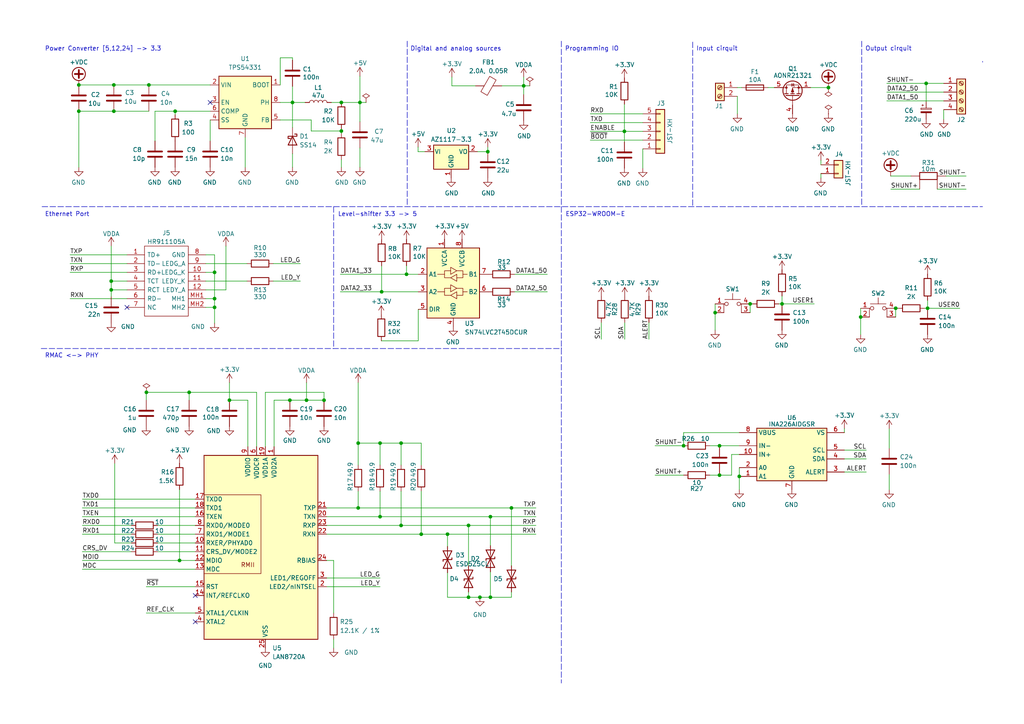
<source format=kicad_sch>
(kicad_sch (version 20211123) (generator eeschema)
  (paper "A4")
  (title_block (title "ELS-32") (date "2023-03-24") (rev "0.2") (comment 1 "Schematic is pretty much ready. "))
  (junction (at 62.23 78.994))
  (junction (at 88.9 116.078))
  (junction (at 33.02 32.258))
  (junction (at 84.074 116.078))
  (junction (at 43.18 24.638))
  (junction (at 66.548 116.078))
  (junction (at 110.236 149.86))
  (junction (at 226.822 88.138))
  (junction (at 52.07 162.56))
  (junction (at 142.24 173.228))
  (junction (at 259.7912 89.408))
  (junction (at 84.836 29.718))
  (junction (at 356.9208 22.098))
  (junction (at 54.864 113.792))
  (junction (at 389.4836 133.1976))
  (junction (at 358.8512 -59.436))
  (junction (at 404.3172 43.2816))
  (junction (at 339.1408 48.3616))
  (junction (at 214.4268 138.176))
  (junction (at 181.102 38.1))
  (junction (at 386.2324 71.2216))
  (junction (at 314.8584 48.3616))
  (junction (at 116.332 128.524))
  (junction (at 139.192 173.228))
  (junction (at 129.794 154.94))
  (junction (at 103.886 128.524))
  (junction (at 99.0092 29.718))
  (junction (at 269.0368 89.408))
  (junction (at 141.478 43.9928))
  (junction (at 32.258 84.074))
  (junction (at 208.6864 137.8204))
  (junction (at 325.0692 12.954))
  (junction (at 268.6304 24.1808))
  (junction (at 198.2724 129.286))
  (junction (at 50.8 32.258))
  (junction (at 396.9004 138.2776))
  (junction (at 151.892 24.892))
  (junction (at 331.0636 12.954))
  (junction (at 249.6312 91.948))
  (junction (at 148.336 147.32))
  (junction (at 122.174 154.94))
  (junction (at 33.02 24.638))
  (junction (at 240.284 25.4))
  (junction (at 93.98 116.078))
  (junction (at 142.24 149.86))
  (junction (at 338.1248 40.7416))
  (junction (at 42.4688 113.792))
  (junction (at 340.3092 22.9616))
  (junction (at 62.23 89.154))
  (junction (at 110.6932 84.6328))
  (junction (at 326.2884 48.3616))
  (junction (at 208.6864 129.286))
  (junction (at 104.394 29.718))
  (junction (at 347.7768 -59.436))
  (junction (at 62.23 86.614))
  (junction (at 117.9068 79.5528))
  (junction (at 388.6708 71.2216))
  (junction (at 103.886 147.32))
  (junction (at 135.89 152.4))
  (junction (at 99.0092 37.9984))
  (junction (at 22.86 32.258))
  (junction (at 207.4164 90.678))
  (junction (at 217.5764 88.138))
  (junction (at 404.368 133.1976))
  (junction (at 386.1816 97.3328))
  (junction (at 116.332 152.4))
  (junction (at 135.89 173.228))
  (junction (at 22.86 24.638))
  (junction (at 110.236 128.524))
  (junction (at 32.258 81.534))
  (no_connect (at 364.5408 96.6216))
  (no_connect (at 339.1408 58.5216))
  (no_connect (at 56.642 180.34))
  (no_connect (at 339.1408 55.9816))
  (no_connect (at 36.83 89.154))
  (no_connect (at 56.642 172.72))
  (no_connect (at 60.96 29.718))
  (no_connect (at 356.9208 96.6216))
  (no_connect (at 339.1408 66.1416))
  (no_connect (at 339.1408 53.4416))
  (no_connect (at 339.1408 63.6016))
  (no_connect (at 339.1408 50.9016))
  (no_connect (at 354.3808 22.9616))
  (no_connect (at 384.8608 73.7616))
  (wire (pts (xy 45.72 157.48) (xy 56.642 157.48)))
  (wire (pts (xy 384.8608 63.6016) (xy 398.018 63.6016)))
  (wire (pts (xy 88.9 116.078) (xy 93.98 116.078)))
  (wire (pts (xy 389.9408 68.6816) (xy 398.018 68.6816)))
  (wire (pts (xy 59.69 73.914) (xy 62.23 73.914)))
  (wire (pts (xy 23.876 165.1) (xy 56.642 165.1)))
  (wire (pts (xy 330.0984 71.2216) (xy 339.1408 71.2216)))
  (wire (pts (xy 23.876 154.94) (xy 38.1 154.94)))
  (wire (pts (xy 60.96 34.798) (xy 60.96 40.894)))
  (wire (pts (xy 260.5024 89.408) (xy 259.7912 89.408)))
  (wire (pts (xy 71.12 39.878) (xy 71.12 48.514)))
  (wire (pts (xy 396.9004 128.1176) (xy 392.7348 128.1176)))
  (wire (pts (xy 361.7468 141.1732) (xy 372.5164 141.1732)))
  (wire (pts (xy 98.7044 79.5528) (xy 117.9068 79.5528)))
  (wire (pts (xy 59.69 76.454) (xy 71.628 76.454)))
  (wire (pts (xy 212.1916 137.8204) (xy 208.6864 137.8204)))
  (wire (pts (xy 117.9068 77.0636) (xy 117.9068 79.5528)))
  (wire (pts (xy 121.2596 42.672) (xy 121.2596 43.9928)))
  (wire (pts (xy 339.1408 40.7416) (xy 338.1248 40.7416)))
  (wire (pts (xy 59.69 84.074) (xy 65.532 84.074)))
  (wire (pts (xy 244.9068 133.096) (xy 251.2568 133.096)))
  (wire (pts (xy 384.8608 55.9816) (xy 398.018 55.9816)))
  (wire (pts (xy 338.1248 40.7416) (xy 338.1248 79.756)))
  (polyline (pts (xy 162.814 101.092) (xy 162.814 100.838)))
  (wire (pts (xy 79.502 116.078) (xy 79.502 129.54)))
  (wire (pts (xy 392.7348 138.2776) (xy 396.9004 138.2776)))
  (wire (pts (xy 244.9068 124.3076) (xy 244.9068 125.476)))
  (wire (pts (xy 208.6864 129.286) (xy 205.8924 129.286)))
  (wire (pts (xy 103.886 128.524) (xy 110.236 128.524)))
  (wire (pts (xy 400.7104 133.1976) (xy 404.368 133.1976)))
  (wire (pts (xy 45.72 160.02) (xy 56.642 160.02)))
  (wire (pts (xy 384.6576 133.1976) (xy 389.4836 133.1976)))
  (wire (pts (xy 122.174 142.494) (xy 122.174 154.94)))
  (wire (pts (xy 330.0984 43.2816) (xy 339.1408 43.2816)))
  (wire (pts (xy 212.1916 131.826) (xy 212.1916 137.8204)))
  (wire (pts (xy 122.174 128.524) (xy 116.332 128.524)))
  (polyline (pts (xy 118.11 11.938) (xy 118.11 59.944)))
  (wire (pts (xy 274.3708 51.054) (xy 280.2128 51.054)))
  (wire (pts (xy 325.4248 133.5532) (xy 336.3468 133.5532)))
  (wire (pts (xy 171.196 40.64) (xy 186.436 40.64)))
  (wire (pts (xy 389.4836 133.1976) (xy 393.0904 133.1976)))
  (wire (pts (xy 338.7344 -59.436) (xy 347.7768 -59.436)))
  (wire (pts (xy 32.258 84.074) (xy 36.83 84.074)))
  (wire (pts (xy 50.8 32.258) (xy 50.8 33.274)))
  (wire (pts (xy 374.7008 12.446) (xy 374.7008 22.9616)))
  (wire (pts (xy 213.868 27.94) (xy 213.868 33.02)))
  (wire (pts (xy 81.28 34.798) (xy 90.2716 34.798)))
  (wire (pts (xy 215.138 25.4) (xy 213.868 25.4)))
  (wire (pts (xy 135.89 152.4) (xy 155.448 152.4)))
  (wire (pts (xy 225.9076 88.138) (xy 226.822 88.138)))
  (wire (pts (xy 271.8308 54.864) (xy 280.2128 54.864)))
  (wire (pts (xy 104.394 29.718) (xy 104.394 35.306)))
  (wire (pts (xy 45.72 152.4) (xy 56.642 152.4)))
  (wire (pts (xy 269.0368 87.122) (xy 269.0368 89.408)))
  (wire (pts (xy 149.2504 79.5528) (xy 158.75 79.5528)))
  (wire (pts (xy 359.4608 96.6216) (xy 359.4608 97.3328)))
  (wire (pts (xy 384.8608 45.8216) (xy 398.018 45.8216)))
  (wire (pts (xy 249.6312 89.408) (xy 249.6312 91.948)))
  (wire (pts (xy 50.8 32.258) (xy 60.96 32.258)))
  (wire (pts (xy 22.86 24.638) (xy 33.02 24.638)))
  (wire (pts (xy 103.886 147.32) (xy 148.336 147.32)))
  (polyline (pts (xy 200.914 12.192) (xy 200.914 59.944)))
  (wire (pts (xy 23.876 149.86) (xy 56.642 149.86)))
  (wire (pts (xy 404.3172 41.6052) (xy 404.3172 43.2816)))
  (wire (pts (xy 181.102 38.1) (xy 181.102 41.148)))
  (wire (pts (xy 20.32 76.454) (xy 36.83 76.454)))
  (wire (pts (xy 94.742 167.64) (xy 110.236 167.64)))
  (wire (pts (xy 42.418 113.792) (xy 42.418 116.078)))
  (wire (pts (xy 148.336 171.704) (xy 148.336 173.228)))
  (wire (pts (xy 135.89 152.4) (xy 135.89 164.084)))
  (wire (pts (xy 145.542 24.892) (xy 151.892 24.892)))
  (wire (pts (xy 71.882 116.078) (xy 71.882 129.54)))
  (wire (pts (xy 244.9068 136.906) (xy 251.2568 136.906)))
  (wire (pts (xy 104.394 22.098) (xy 104.394 29.718)))
  (wire (pts (xy 96.774 185.42) (xy 96.774 187.96)))
  (wire (pts (xy 59.69 78.994) (xy 62.23 78.994)))
  (wire (pts (xy 384.8608 53.4416) (xy 398.018 53.4416)))
  (wire (pts (xy 84.836 29.718) (xy 84.836 36.9824)))
  (wire (pts (xy 129.794 166.116) (xy 129.794 173.228)))
  (wire (pts (xy 244.9068 130.556) (xy 251.2568 130.556)))
  (wire (pts (xy 142.24 165.862) (xy 142.24 173.228)))
  (wire (pts (xy 257.2004 29.2608) (xy 273.7104 29.2608)))
  (wire (pts (xy 257.2004 26.7208) (xy 273.7104 26.7208)))
  (wire (pts (xy 148.336 147.32) (xy 148.336 164.084)))
  (wire (pts (xy 367.0808 12.446) (xy 367.0808 22.9616)))
  (wire (pts (xy 208.6864 137.3124) (xy 208.6864 137.8204)))
  (wire (pts (xy 340.3092 22.9616) (xy 340.3092 26.7716)))
  (wire (pts (xy 129.794 154.94) (xy 155.448 154.94)))
  (wire (pts (xy 384.8608 61.0616) (xy 398.018 61.0616)))
  (wire (pts (xy 364.5408 22.098) (xy 356.9208 22.098)))
  (wire (pts (xy 273.7104 31.8008) (xy 273.7104 34.5948)))
  (wire (pts (xy 62.23 89.154) (xy 62.23 93.726)))
  (wire (pts (xy 384.8608 40.7416) (xy 398.018 40.7416)))
  (wire (pts (xy 198.2724 129.286) (xy 189.992 129.286)))
  (wire (pts (xy 121.3104 98.8568) (xy 121.3104 89.7128)))
  (wire (pts (xy 74.422 113.792) (xy 74.422 129.54)))
  (wire (pts (xy 269.0368 89.408) (xy 278.384 89.408)))
  (wire (pts (xy 218.2876 88.138) (xy 217.5764 88.138)))
  (wire (pts (xy 84.836 44.6024) (xy 84.836 48.514)))
  (wire (pts (xy 131.064 22.352) (xy 131.064 24.892)))
  (wire (pts (xy 110.236 128.524) (xy 116.332 128.524)))
  (wire (pts (xy 238.0996 46.5328) (xy 238.0996 47.8028)))
  (polyline (pts (xy 12.192 59.944) (xy 284.988 59.944)))
  (wire (pts (xy 103.886 142.494) (xy 103.886 147.32)))
  (wire (pts (xy 22.86 32.258) (xy 33.02 32.258)))
  (wire (pts (xy 268.6304 24.1808) (xy 257.2004 24.1808)))
  (wire (pts (xy 71.882 116.078) (xy 66.548 116.078)))
  (wire (pts (xy 94.742 147.32) (xy 103.886 147.32)))
  (wire (pts (xy 142.24 149.86) (xy 155.448 149.86)))
  (wire (pts (xy 186.436 48.768) (xy 186.436 43.18)))
  (wire (pts (xy 59.69 81.534) (xy 71.628 81.534)))
  (wire (pts (xy 325.4248 138.6332) (xy 336.3468 138.6332)))
  (wire (pts (xy 362.0008 96.6216) (xy 362.0008 107.3404)))
  (wire (pts (xy 84.836 17.4244) (xy 84.836 16.764)))
  (wire (pts (xy 364.5408 22.9616) (xy 364.5408 22.098)))
  (wire (pts (xy 188.214 93.5228) (xy 188.214 98.3996)))
  (wire (pts (xy 42.4688 113.792) (xy 54.864 113.792)))
  (wire (pts (xy 110.236 142.494) (xy 110.236 149.86)))
  (wire (pts (xy 325.0692 12.954) (xy 331.0636 12.954)))
  (wire (pts (xy 79.502 116.078) (xy 84.074 116.078)))
  (wire (pts (xy 396.9004 140.8176) (xy 396.9004 138.2776)))
  (polyline (pts (xy 284.988 17.78) (xy 284.988 18.034)))
  (wire (pts (xy 81.28 29.718) (xy 84.836 29.718)))
  (wire (pts (xy 33.274 134.4676) (xy 33.274 157.48)))
  (wire (pts (xy 392.7348 128.1176) (xy 392.7348 138.2776)))
  (polyline (pts (xy 249.936 11.938) (xy 249.936 59.944)))
  (wire (pts (xy 340.3092 15.3416) (xy 340.3092 22.9616)))
  (wire (pts (xy 386.2324 71.2216) (xy 388.6708 71.2216)))
  (wire (pts (xy 45.72 154.94) (xy 56.642 154.94)))
  (wire (pts (xy 384.8608 43.2816) (xy 404.3172 43.2816)))
  (wire (pts (xy 372.1608 96.6216) (xy 372.1608 107.3404)))
  (wire (pts (xy 347.7768 -59.436) (xy 349.504 -59.436)))
  (wire (pts (xy 358.8512 -59.436) (xy 367.8936 -59.436)))
  (wire (pts (xy 94.742 152.4) (xy 116.332 152.4)))
  (wire (pts (xy 388.6708 71.2216) (xy 398.018 71.2216)))
  (wire (pts (xy 361.7468 131.0132) (xy 372.5164 131.0132)))
  (wire (pts (xy 142.24 149.86) (xy 142.24 158.242)))
  (wire (pts (xy 404.368 133.1976) (xy 410.4132 133.1976)))
  (wire (pts (xy 94.742 154.94) (xy 122.174 154.94)))
  (wire (pts (xy 141.478 42.7228) (xy 141.478 43.9928)))
  (wire (pts (xy 264.2108 51.054) (xy 258.318 51.054)))
  (wire (pts (xy 90.2716 34.798) (xy 90.2716 37.9984)))
  (wire (pts (xy 94.742 170.18) (xy 110.236 170.18)))
  (polyline (pts (xy 162.814 11.938) (xy 162.814 59.944)))
  (wire (pts (xy 325.0692 12.954) (xy 325.0692 15.4432)))
  (wire (pts (xy 54.864 113.792) (xy 74.422 113.792)))
  (wire (pts (xy 226.822 88.138) (xy 236.1692 88.138)))
  (wire (pts (xy 20.32 86.614) (xy 36.83 86.614)))
  (wire (pts (xy 361.7468 138.6332) (xy 372.5164 138.6332)))
  (wire (pts (xy 104.394 29.718) (xy 106.172 29.718)))
  (wire (pts (xy 367.0808 96.6216) (xy 367.0808 107.3404)))
  (wire (pts (xy 99.0092 46.3296) (xy 99.0092 48.514)))
  (wire (pts (xy 110.6932 77.1144) (xy 110.6932 84.6328)))
  (wire (pts (xy 135.89 173.228) (xy 139.192 173.228)))
  (wire (pts (xy 171.196 35.56) (xy 186.436 35.56)))
  (wire (pts (xy 138.4808 43.9928) (xy 141.478 43.9928)))
  (wire (pts (xy 110.5916 98.8568) (xy 121.3104 98.8568)))
  (wire (pts (xy 121.2596 43.9928) (xy 123.2408 43.9928)))
  (wire (pts (xy 217.5764 88.138) (xy 217.5764 90.678)))
  (wire (pts (xy 181.102 30.226) (xy 181.102 38.1)))
  (wire (pts (xy 142.24 173.228) (xy 139.192 173.228)))
  (wire (pts (xy 103.886 110.998) (xy 103.886 128.524)))
  (wire (pts (xy 129.794 154.94) (xy 129.794 158.496)))
  (wire (pts (xy 62.23 73.914) (xy 62.23 78.994)))
  (wire (pts (xy 259.7912 89.408) (xy 259.7912 91.948)))
  (wire (pts (xy 135.89 171.704) (xy 135.89 173.228)))
  (wire (pts (xy 151.892 22.352) (xy 151.892 24.892)))
  (wire (pts (xy 32.258 71.374) (xy 32.258 81.534)))
  (wire (pts (xy 207.4164 95.758) (xy 207.4164 90.678)))
  (wire (pts (xy 198.2724 137.8204) (xy 189.992 137.8204)))
  (wire (pts (xy 65.532 84.074) (xy 65.532 71.374)))
  (wire (pts (xy 207.4164 88.138) (xy 207.4164 90.678)))
  (wire (pts (xy 59.69 89.154) (xy 62.23 89.154)))
  (wire (pts (xy 208.6864 129.286) (xy 214.4268 129.286)))
  (wire (pts (xy 122.174 134.874) (xy 122.174 128.524)))
  (wire (pts (xy 249.6312 97.028) (xy 249.6312 91.948)))
  (wire (pts (xy 331.0636 23.0124) (xy 331.0636 26.7208)))
  (wire (pts (xy 386.2324 71.2216) (xy 386.2324 76.2508)))
  (wire (pts (xy 42.418 177.8) (xy 56.642 177.8)))
  (wire (pts (xy 222.758 25.4) (xy 224.5868 25.4)))
  (wire (pts (xy 52.07 141.986) (xy 52.07 162.56)))
  (wire (pts (xy 226.822 85.852) (xy 226.822 88.138)))
  (wire (pts (xy 81.28 16.764) (xy 81.28 24.638)))
  (wire (pts (xy 384.8608 66.1416) (xy 398.018 66.1416)))
  (wire (pts (xy 23.876 162.56) (xy 52.07 162.56)))
  (wire (pts (xy 151.892 24.892) (xy 151.892 27.432)))
  (wire (pts (xy 33.274 157.48) (xy 38.1 157.48)))
  (wire (pts (xy 148.336 173.228) (xy 142.24 173.228)))
  (polyline (pts (xy 96.774 59.944) (xy 96.774 101.092)))
  (wire (pts (xy 384.8608 71.2216) (xy 386.2324 71.2216)))
  (wire (pts (xy 212.1916 131.826) (xy 214.4268 131.826)))
  (wire (pts (xy 84.836 29.718) (xy 88.4936 29.718)))
  (wire (pts (xy 214.4268 138.176) (xy 214.4268 141.986)))
  (wire (pts (xy 361.7468 133.5532) (xy 372.5164 133.5532)))
  (wire (pts (xy 76.962 113.792) (xy 76.962 129.54)))
  (wire (pts (xy 266.7508 54.864) (xy 258.3688 54.864)))
  (wire (pts (xy 149.2504 84.6328) (xy 158.75 84.6328)))
  (wire (pts (xy 79.248 76.454) (xy 87.122 76.454)))
  (wire (pts (xy 351.8408 15.3416) (xy 340.3092 15.3416)))
  (wire (pts (xy 214.4268 125.476) (xy 198.2724 125.476)))
  (wire (pts (xy 325.0692 23.0632) (xy 325.0692 26.7716)))
  (wire (pts (xy 44.958 32.258) (xy 44.958 40.894)))
  (wire (pts (xy 268.6304 24.1808) (xy 273.7104 24.1808)))
  (wire (pts (xy 42.418 113.792) (xy 42.4688 113.792)))
  (wire (pts (xy 116.332 142.494) (xy 116.332 152.4)))
  (wire (pts (xy 148.336 147.32) (xy 155.448 147.32)))
  (wire (pts (xy 20.32 73.914) (xy 36.83 73.914)))
  (wire (pts (xy 98.7044 84.6328) (xy 110.6932 84.6328)))
  (wire (pts (xy 369.6208 12.446) (xy 369.6208 17.8816)))
  (wire (pts (xy 356.9208 22.098) (xy 356.9208 22.9616)))
  (wire (pts (xy 66.548 110.998) (xy 66.548 116.078)))
  (wire (pts (xy 362.0008 12.446) (xy 362.0008 22.9616)))
  (wire (pts (xy 44.958 32.258) (xy 50.8 32.258)))
  (wire (pts (xy 384.8608 58.5216) (xy 398.018 58.5216)))
  (wire (pts (xy 110.236 134.874) (xy 110.236 128.524)))
  (wire (pts (xy 43.18 24.638) (xy 60.96 24.638)))
  (wire (pts (xy 116.332 152.4) (xy 135.89 152.4)))
  (wire (pts (xy 337.6168 125.9332) (xy 349.0468 125.9332)))
  (wire (pts (xy 32.258 81.534) (xy 36.83 81.534)))
  (wire (pts (xy 359.4608 97.3328) (xy 386.1816 97.3328)))
  (wire (pts (xy 357.124 -59.436) (xy 358.8512 -59.436)))
  (wire (pts (xy 238.0996 50.3428) (xy 238.0996 51.6128)))
  (wire (pts (xy 326.2884 48.3616) (xy 339.1408 48.3616)))
  (wire (pts (xy 110.236 149.86) (xy 142.24 149.86)))
  (wire (pts (xy 181.2036 93.5228) (xy 181.2036 98.3996)))
  (wire (pts (xy 386.1816 95.6564) (xy 386.1816 97.3328)))
  (wire (pts (xy 99.0092 37.338) (xy 99.0092 37.9984)))
  (wire (pts (xy 384.8608 50.9016) (xy 398.018 50.9016)))
  (wire (pts (xy 62.23 78.994) (xy 62.23 86.614)))
  (wire (pts (xy 62.23 86.614) (xy 62.23 89.154)))
  (wire (pts (xy 122.174 154.94) (xy 129.794 154.94)))
  (wire (pts (xy 214.4268 135.636) (xy 214.4268 138.176)))
  (wire (pts (xy 268.6304 24.1808) (xy 268.6304 29.5148)))
  (wire (pts (xy 32.258 84.074) (xy 32.258 86.106)))
  (wire (pts (xy 96.774 162.56) (xy 96.774 177.8)))
  (wire (pts (xy 330.0984 61.0616) (xy 339.1408 61.0616)))
  (wire (pts (xy 131.064 24.892) (xy 137.922 24.892)))
  (wire (pts (xy 351.8408 96.6216) (xy 351.8408 107.3404)))
  (wire (pts (xy 54.864 113.792) (xy 54.864 116.078)))
  (wire (pts (xy 325.0692 10.3632) (xy 325.0692 12.954)))
  (wire (pts (xy 129.794 173.228) (xy 135.89 173.228)))
  (wire (pts (xy 369.6208 96.6216) (xy 369.6208 107.3404)))
  (wire (pts (xy 171.196 33.02) (xy 186.436 33.02)))
  (wire (pts (xy 88.9 110.998) (xy 88.9 116.078)))
  (wire (pts (xy 257.9116 129.9972) (xy 257.9116 124.4092)))
  (wire (pts (xy 314.8552 40.7416) (xy 314.8584 48.3616)))
  (wire (pts (xy 181.102 38.1) (xy 186.436 38.1)))
  (wire (pts (xy 110.6932 84.6328) (xy 121.3104 84.6328)))
  (wire (pts (xy 372.1608 12.446) (xy 372.1608 22.9616)))
  (wire (pts (xy 76.962 113.792) (xy 93.98 113.792)))
  (wire (pts (xy 79.248 81.534) (xy 87.122 81.534)))
  (wire (pts (xy 235.1024 25.4) (xy 240.284 25.4)))
  (wire (pts (xy 208.6864 129.286) (xy 208.6864 129.6924)))
  (polyline (pts (xy 162.814 59.944) (xy 162.814 198.12)))
  (wire (pts (xy 198.2724 125.476) (xy 198.2724 129.286)))
  (wire (pts (xy 339.1408 45.8216) (xy 339.1408 48.3616)))
  (wire (pts (xy 331.0636 12.954) (xy 356.9208 12.954)))
  (wire (pts (xy 42.418 170.18) (xy 56.642 170.18)))
  (wire (pts (xy 52.07 162.56) (xy 56.642 162.56)))
  (wire (pts (xy 331.0636 12.954) (xy 331.0636 15.3924)))
  (wire (pts (xy 93.98 113.792) (xy 93.98 116.078)))
  (wire (pts (xy 314.8584 48.3616) (xy 316.6364 48.3616)))
  (wire (pts (xy 117.9068 79.5528) (xy 121.3104 79.5528)))
  (wire (pts (xy 116.332 134.874) (xy 116.332 128.524)))
  (wire (pts (xy 257.9116 137.6172) (xy 257.9116 142.0368)))
  (wire (pts (xy 268.1224 89.408) (xy 269.0368 89.408)))
  (wire (pts (xy 33.02 32.258) (xy 43.18 32.258)))
  (wire (pts (xy 354.3808 96.6216) (xy 354.3808 107.3404)))
  (wire (pts (xy 90.2716 37.9984) (xy 99.0092 37.9984)))
  (wire (pts (xy 96.1136 29.718) (xy 99.0092 29.718)))
  (wire (pts (xy 330.0984 68.6816) (xy 339.1408 68.6816)))
  (wire (pts (xy 84.074 116.078) (xy 88.9 116.078)))
  (wire (pts (xy 324.2564 48.3616) (xy 326.2884 48.3616)))
  (wire (pts (xy 103.886 128.524) (xy 103.886 134.874)))
  (wire (pts (xy 94.742 162.56) (xy 96.774 162.56)))
  (wire (pts (xy 32.258 81.534) (xy 32.258 84.074)))
  (wire (pts (xy 23.876 152.4) (xy 38.1 152.4)))
  (wire (pts (xy 84.836 16.764) (xy 81.28 16.764)))
  (wire (pts (xy 330.0984 73.7616) (xy 339.1408 73.7616)))
  (wire (pts (xy 23.876 144.78) (xy 56.642 144.78)))
  (wire (pts (xy 367.8936 -55.0164) (xy 367.8891 -51.816)))
  (wire (pts (xy 23.876 160.02) (xy 38.1 160.02)))
  (wire (pts (xy 59.69 86.614) (xy 62.23 86.614)))
  (wire (pts (xy 99.0092 37.9984) (xy 99.0092 38.7096)))
  (wire (pts (xy 104.394 42.926) (xy 104.394 48.514)))
  (wire (pts (xy 384.8608 48.3616) (xy 398.018 48.3616)))
  (wire (pts (xy 174.3964 93.5228) (xy 174.3964 98.3996)))
  (wire (pts (xy 349.3008 96.6216) (xy 349.3008 107.3404)))
  (wire (pts (xy 84.836 29.718) (xy 84.836 25.0444)))
  (wire (pts (xy 208.6864 137.8204) (xy 205.8924 137.8204)))
  (wire (pts (xy 349.3008 22.9616) (xy 340.3092 22.9616)))
  (wire (pts (xy 33.02 24.638) (xy 43.18 24.638)))
  (wire (pts (xy 94.742 149.86) (xy 110.236 149.86)))
  (wire (pts (xy 359.4608 12.446) (xy 359.4608 22.9616)))
  (wire (pts (xy 36.83 78.994) (xy 20.32 78.994)))
  (wire (pts (xy 356.9208 22.098) (xy 356.9208 12.954)))
  (polyline (pts (xy 11.938 101.092) (xy 162.814 101.092)))
  (wire (pts (xy 171.196 38.1) (xy 181.102 38.1)))
  (wire (pts (xy 23.876 147.32) (xy 56.642 147.32)))
  (wire (pts (xy 99.0092 29.718) (xy 104.394 29.718)))
  (wire (pts (xy 151.892 24.892) (xy 153.67 24.892)))
  (wire (pts (xy 22.86 48.514) (xy 22.86 32.258)))
  (text "Power Converter [5,12,24] -> 3.3" (at 13 15 0) (effects (font (size 1.27 1.27)) (justify left bottom)))
  (text "Level-shifter 3.3 -> 5" (at 98 63 0) (effects (font (size 1.27 1.27)) (justify left bottom)))
  (text "Programming IO" (at 163.83 14.986 0) (effects (font (size 1.27 1.27)) (justify left bottom)))
  (text "Digital and analog sources" (at 119 15 0) (effects (font (size 1.27 1.27)) (justify left bottom)))
  (text "RMAC <-> PHY" (at 13 104 0) (effects (font (size 1.27 1.27)) (justify left bottom)))
  (text "ESP32-WROOM-E" (at 164 63 0) (effects (font (size 1.27 1.27)) (justify left bottom)))
  (text "Ethernet Port" (at 13 63 0) (effects (font (size 1.27 1.27)) (justify left bottom)))
  (text "Output cirquit\n\n" (at 250.952 17.018 0) (effects (font (size 1.27 1.27)) (justify left bottom)))
  (text "Input cirquit\n\n" (at 201.93 17.018 0) (effects (font (size 1.27 1.27)) (justify left bottom)))
  (label "ENABLE" (at 171.196 38.1 0))
  (label "FLASH_CS" (at 325.4248 133.5532 0))
  (label "RXP" (at 155.448 152.4 180))
  (label "CRS_DV" (at 23.876 160.02 0))
  (label "FLASH_IO0" (at 372.5164 133.5532 180))
  (label "REF_CLK" (at 398.018 68.6816 180))
  (label "RXD0" (at 330.0984 73.7616 0))
  (label "SCL" (at 174.3964 98.3996 90))
  (label "RXD1" (at 23.876 154.94 0))
  (label "LNA_IN" (at 330.0984 43.2816 0))
  (label "SHUNT-" (at 280.2128 51.054 180))
  (label "RXD0" (at 23.876 152.4 0))
  (label "DATA2_33" (at 372.1608 107.3404 90))
  (label "USER0" (at 362.0008 107.3404 90))
  (label "TXD" (at 171.196 35.56 0))
  (label "SCL" (at 251.2568 130.556 180))
  (label "REF_CLK" (at 42.418 177.8 0))
  (label "FLASH_VDD" (at 337.6168 125.9332 0))
  (label "TXP" (at 20.32 73.914 0))
  (label "~{RST}" (at 398.018 50.9016 180))
  (label "USER1" (at 236.1692 88.138 180))
  (label "~{BOOT}" (at 171.196 40.64 0))
  (label "FLASH_CLK" (at 325.4248 138.6332 0))
  (label "SHUNT-" (at 257.2004 24.1808 0))
  (label "DATA1_50" (at 158.75 79.5528 180))
  (label "~{BOOT}" (at 369.6208 107.3404 90))
  (label "DATA2_33" (at 98.7044 84.6328 0))
  (label "FLASH_IO3" (at 372.5164 141.1732 180))
  (label "RXP" (at 20.32 78.994 0))
  (label "ENABLE" (at 330.0984 61.0616 0))
  (label "CRS_DV" (at 351.8408 107.3404 90))
  (label "FLASH_IO2" (at 398.018 66.1416 180))
  (label "MDC" (at 23.876 165.1 0))
  (label "MDIO" (at 23.876 162.56 0))
  (label "SHUNT+" (at 189.992 137.8204 0))
  (label "RXN" (at 155.448 154.94 180))
  (label "FLASH_CLK" (at 398.018 58.5216 180))
  (label "DATA1_50" (at 257.2004 29.2608 0))
  (label "XTAL_OUT" (at 410.4132 133.1976 180))
  (label "USER0" (at 278.384 89.408 180))
  (label "DATA1_33" (at 98.7044 79.5528 0))
  (label "FLASH_CS" (at 398.018 61.0616 180))
  (label "TXEN" (at 367.0808 12.446 270))
  (label "SDA" (at 251.2568 133.096 180))
  (label "SHUNT-" (at 280.2128 54.864 180))
  (label "MDIO" (at 398.018 48.3616 180))
  (label "DATA2_50" (at 257.2004 26.7208 0))
  (label "SHUNT+" (at 258.3688 54.864 0))
  (label "LNA_IN" (at 338.7344 -59.436 0))
  (label "SHUNT-" (at 189.992 129.286 0))
  (label "TXD1" (at 374.7008 12.446 270))
  (label "TXD1" (at 23.876 147.32 0))
  (label "RXD" (at 171.196 33.02 0))
  (label "TXD" (at 369.6208 12.446 270))
  (label "TXN" (at 20.32 76.454 0))
  (label "TXD0" (at 398.018 40.7416 180))
  (label "FLASH_IO1" (at 372.5164 131.0132 180))
  (label "SDA" (at 330.0984 68.6816 0))
  (label "ALERT" (at 188.214 98.3996 90))
  (label "FLASH_IO2" (at 372.5164 138.6332 180))
  (label "LED_G" (at 87.122 76.454 180))
  (label "RXD" (at 372.1608 12.446 270))
  (label "~{RST}" (at 42.418 170.18 0))
  (label "SCL" (at 330.0984 71.2216 0))
  (label "SDA" (at 181.2036 98.3996 90))
  (label "FLASH_IO1" (at 398.018 53.4416 180))
  (label "FLASH_IO0" (at 398.018 55.9816 180))
  (label "RXN" (at 20.32 86.614 0))
  (label "DATA1_33" (at 367.0808 107.3404 90))
  (label "ALERT" (at 251.2568 136.906 180))
  (label "DATA2_50" (at 158.75 84.6328 180))
  (label "MDC" (at 398.018 45.8216 180))
  (label "TXD0" (at 23.876 144.78 0))
  (label "FLASH_IO3" (at 398.018 63.6016 180))
  (label "RXD1" (at 349.3008 107.3404 90))
  (label "TXN" (at 155.448 149.86 180))
  (label "LED_Y" (at 110.236 170.18 180))
  (label "USER1" (at 354.3808 107.3404 90))
  (label "XTAL_IN" (at 359.4608 12.446 270))
  (label "TXP" (at 155.448 147.32 180))
  (label "TXEN" (at 23.876 149.86 0))
  (label "LED_G" (at 110.236 167.64 180))
  (label "FLASH_VDD" (at 398.018 71.2216 180))
  (label "LED_Y" (at 87.122 81.534 180))
  (label "XTAL_OUT" (at 362.0008 12.446 270))
  (label "XTAL_IN" (at 384.6576 133.1976 0))
  (symbol (lib_id "power:GND") (at 71.12 48.514 0) (mirror y) (unit 1)
    (property "Reference" "#PWR021" (effects hide))
    (property "Value" "GND" (at 70.993 52.9082 0))
  )
  (symbol (lib_id "Device:C") (at 208.6864 133.5024 180) (unit 1)
    (property "Reference" "C23" (at 205.6384 132.2324 0) (effects (justify left)))
    (property "Value" "100n" (at 205.6384 134.7724 0) (effects (justify left)))
    (property "Footprint" "Capacitor_SMD:C_0402_1005Metric" (effects hide))
    (property "LCSC" "C307331" (effects hide))
  )
  (symbol (lib_id "power:GND") (at 84.836 48.514 0) (mirror y) (unit 1)
    (property "Reference" "#PWR022" (effects hide))
    (property "Value" "GND" (at 84.709 52.9082 0))
  )
  (symbol (lib_id "PCB_ant:PCB_Ant") (at 367.8936 -59.436 270) (unit 1) (in_bom no)
    (property "Reference" "AE1" (at 377.0376 -58.8011 90) (effects (justify left)))
    (property "Value" "PCB_Ant" (at 377.0376 -56.2611 90) (effects (justify left)))
    (property "Footprint" "els_32-libs:ESPRESSIF_ESP32_MIFA_2.4GHz_Right" (effects hide))
  )
  (symbol (lib_id "power:+3.3V") (at 141.478 42.7228 0) (unit 1)
    (property "Reference" "#PWR015" (effects hide))
    (property "Value" "+3.3V" (at 141.478 38.9128 0))
  )
  (symbol (lib_id "Device:C") (at 351.8408 19.1516 0) (mirror y) (unit 1)
    (property "Reference" "C25" (at 349.0468 17.8816 0) (effects (justify left)))
    (property "Value" "10n" (at 349.0468 20.4216 0) (effects (justify left)))
    (property "Footprint" "Capacitor_SMD:C_0402_1005Metric" (effects hide))
    (property "LCSC" "C15195" (effects hide))
  )
  (symbol (lib_id "power:+VDC") (at 22.86 24.638 0) (unit 1)
    (property "Reference" "#PWR06" (effects hide))
    (property "Value" "+VDC" (at 22.86 18.034 0))
  )
  (symbol (lib_id "power:PWR_FLAG") (at 106.172 29.718 0) (unit 1)
    (property "Reference" "#FLG03" (effects hide))
    (property "Value" "PWR_FLAG" (effects hide))
  )
  (symbol (lib_id "Device:C") (at 314.8584 52.1716 180) (unit 1)
    (property "Reference" "C31" (at 321.2592 51.9176 0) (effects (justify left top)))
    (property "Value" "100n" (at 322.3768 54.4576 0) (effects (justify left top)))
    (property "Footprint" "Capacitor_SMD:C_0402_1005Metric" (effects hide))
    (property "LCSC" "C307331" (effects hide))
  )
  (symbol (lib_id "Device:C") (at 269.0368 93.218 0) (mirror x) (unit 1)
    (property "Reference" "C14" (at 272.0848 91.948 0) (effects (justify left)))
    (property "Value" "100n" (at 272.0848 94.488 0) (effects (justify left)))
    (property "Footprint" "Capacitor_SMD:C_0402_1005Metric" (effects hide))
    (property "LCSC" "C307331" (effects hide))
  )
  (symbol (lib_id "Device:C") (at 331.0636 19.2024 0) (mirror x) (unit 1)
    (property "Reference" "C29" (at 334.1116 17.9324 0) (effects (justify left)))
    (property "Value" "100p" (at 334.1116 20.4724 0) (effects (justify left)))
    (property "Footprint" "Capacitor_SMD:C_0402_1005Metric" (effects hide))
    (property "LCSC" "C1546" (effects hide))
  )
  (symbol (lib_id "Device:R") (at 75.438 81.534 270) (mirror x) (unit 1)
    (property "Reference" "R13" (at 75.438 84.074 90))
    (property "Value" "330" (at 75.438 86.106 90))
    (property "Footprint" "Resistor_SMD:R_0402_1005Metric" (effects hide))
    (property "LCSC" "C25104" (effects hide))
  )
  (symbol (lib_id "power:+3.3V") (at 238.0996 46.5328 0) (unit 1)
    (property "Reference" "#PWR016" (effects hide))
    (property "Value" "+3.3V" (at 238.0996 42.7228 0))
  )
  (symbol (lib_id "power:+3.3V") (at 188.214 85.9028 0) (unit 1)
    (property "Reference" "#PWR0102" (effects hide))
    (property "Value" "+3.3V" (at 188.214 82.0928 0))
  )
  (symbol (lib_id "Device:R") (at 110.5916 95.0468 180) (unit 1)
    (property "Reference" "R32" (at 112.3696 93.8784 0) (effects (justify right)))
    (property "Value" "10K" (at 112.3696 96.1898 0) (effects (justify right)))
    (property "Footprint" "Resistor_SMD:R_0402_1005Metric" (effects hide))
    (property "LCSC" "C25744" (effects hide))
  )
  (symbol (lib_id "Device:R") (at 181.102 26.416 0) (unit 1)
    (property "Reference" "R1" (at 179.324 25.146 0) (effects (justify right)))
    (property "Value" "10K" (at 179.324 27.432 0) (effects (justify right)))
    (property "Footprint" "Resistor_SMD:R_0402_1005Metric" (effects hide))
    (property "LCSC" "C25744" (effects hide))
  )
  (symbol (lib_id "power:GND") (at 358.8512 -51.816 0) (mirror y) (unit 1)
    (property "Reference" "#PWR0119" (effects hide))
    (property "Value" "GND" (at 358.7242 -47.4218 0))
  )
  (symbol (lib_id "Device:C") (at 386.1816 101.1428 180) (unit 1)
    (property "Reference" "C32" (at 392.5824 100.8888 0) (effects (justify left top)))
    (property "Value" "100n" (at 393.7 103.4288 0) (effects (justify left top)))
    (property "Footprint" "Capacitor_SMD:C_0402_1005Metric" (effects hide))
    (property "LCSC" "C307331" (effects hide))
  )
  (symbol (lib_id "power:GND") (at 32.258 93.726 0) (mirror y) (unit 1)
    (property "Reference" "#PWR042" (effects hide))
    (property "Value" "GND" (at 37.084 94.742 0))
  )
  (symbol (lib_id "Device:C") (at 325.0692 19.2532 0) (mirror y) (unit 1)
    (property "Reference" "C30" (at 322.2752 17.9832 0) (effects (justify left)))
    (property "Value" "1u" (at 322.2752 20.5232 0) (effects (justify left)))
    (property "Footprint" "Capacitor_SMD:C_0402_1005Metric" (effects hide))
    (property "LCSC" "C52923" (effects hide))
  )
  (symbol (lib_id "power:VDDA") (at 103.886 110.998 0) (unit 1)
    (property "Reference" "#PWR047" (effects hide))
    (property "Value" "VDDA" (at 103.886 107.442 0))
  )
  (symbol (lib_id "power:GND") (at 104.394 48.514 0) (mirror y) (unit 1)
    (property "Reference" "#PWR024" (effects hide))
    (property "Value" "GND" (at 104.267 52.9082 0))
  )
  (symbol (lib_id "Device:C") (at 181.102 44.958 180) (unit 1)
    (property "Reference" "C11" (at 178.054 43.688 0) (effects (justify left)))
    (property "Value" "100n" (at 178.054 46.228 0) (effects (justify left)))
    (property "Footprint" "Capacitor_SMD:C_0402_1005Metric" (effects hide))
    (property "LCSC" "C307331" (effects hide))
  )
  (symbol (lib_id "Device:C") (at 257.9116 133.8072 0) (mirror x) (unit 1)
    (property "Reference" "C24" (at 260.9596 132.5372 0) (effects (justify left)))
    (property "Value" "100n" (at 260.9596 135.0772 0) (effects (justify left)))
    (property "Footprint" "Capacitor_SMD:C_0402_1005Metric" (effects hide))
    (property "LCSC" "C307331" (effects hide))
  )
  (symbol (lib_id "Device:R") (at 181.2036 89.7128 180) (unit 1)
    (property "Reference" "R29" (at 185.1152 89.7128 90))
    (property "Value" "4.7K" (at 183.388 89.7128 90))
    (property "Footprint" "Resistor_SMD:R_0402_1005Metric" (effects hide))
    (property "LCSC" "C25900" (effects hide))
  )
  (symbol (lib_id "power:GND") (at 320.5988 87.3252 0) (mirror y) (unit 1)
    (property "Reference" "#PWR0125" (effects hide))
    (property "Value" "GND" (at 320.4718 91.7194 0))
  )
  (symbol (lib_id "Device:C") (at 44.958 44.704 0) (mirror x) (unit 1)
    (property "Reference" "C8" (at 41.148 43.434 0) (effects (justify right)))
    (property "Value" "10p" (at 42.164 45.974 0) (effects (justify right)))
    (property "Footprint" "Capacitor_SMD:C_0603_1608Metric" (effects hide))
    (property "LCSC" "C1634" (effects hide))
  )
  (symbol (lib_id "power:GND") (at 229.6668 141.986 0) (mirror y) (unit 1)
    (property "Reference" "#PWR0104" (effects hide))
    (property "Value" "GND" (at 229.5398 146.3802 0))
  )
  (symbol (lib_id "power:GND") (at 229.87 33.02 0) (mirror y) (unit 1)
    (property "Reference" "#PWR09" (effects hide))
    (property "Value" "GND" (at 229.743 37.4142 0))
  )
  (symbol (lib_id "power:GND") (at 99.0092 48.514 0) (unit 1)
    (property "Reference" "#PWR023" (effects hide))
    (property "Value" "GND" (at 99.1362 52.9082 0))
  )
  (symbol (lib_id "Device:R_Shunt") (at 269.2908 51.054 270) (unit 1)
    (property "Reference" "R31" (at 269.2908 47.1932 90))
    (property "Value" "10m" (at 269.2908 49.022 90))
    (property "Footprint" "Resistor_SMD:R_1206_3216Metric" (effects hide))
    (property "LCSC" "C723403" (effects hide))
  )
  (symbol (lib_id "Device:R_Small") (at 387.4008 68.6816 90) (mirror x) (unit 1)
    (property "Reference" "R15" (at 388.112 68.6816 90) (effects (font (size 0.5 0.5)) (justify left)))
    (property "Value" "33" (effects hide))
    (property "Footprint" "Resistor_SMD:R_0402_1005Metric" (effects hide))
    (property "LCSC" "C25105" (effects hide))
  )
  (symbol (lib_id "Device:C") (at 338.1248 83.566 0) (mirror x) (unit 1)
    (property "Reference" "C35" (at 331.724 83.312 0) (effects (justify left top)))
    (property "Value" "100n" (at 330.6064 85.852 0) (effects (justify left top)))
    (property "Footprint" "Capacitor_SMD:C_0402_1005Metric" (effects hide))
    (property "LCSC" "C307331" (effects hide))
  )
  (symbol (lib_id "power:GND") (at 226.822 95.758 0) (mirror y) (unit 1)
    (property "Reference" "#PWR039" (effects hide))
    (property "Value" "GND" (at 226.695 100.1522 0))
  )
  (symbol (lib_id "power:GND") (at 186.436 48.768 0) (mirror y) (unit 1)
    (property "Reference" "#PWR026" (effects hide))
    (property "Value" "GND" (at 186.309 53.1622 0))
  )
  (symbol (lib_id "power:+3.3V") (at 66.548 110.998 0) (unit 1)
    (property "Reference" "#PWR045" (effects hide))
    (property "Value" "+3.3V" (at 66.548 107.188 0))
  )
  (symbol (lib_id "power:GND") (at 326.2884 55.9816 0) (mirror y) (unit 1)
    (property "Reference" "#PWR0126" (effects hide))
    (property "Value" "GND" (at 326.1614 60.3758 0))
  )
  (symbol (lib_id "power:GND") (at 62.23 93.726 0) (unit 1)
    (property "Reference" "#PWR043" (effects hide))
    (property "Value" "GND" (at 57.404 94.742 0))
  )
  (symbol (lib_id "power:+3.3V") (at 33.274 134.4676 0) (unit 1)
    (property "Reference" "#PWR054" (effects hide))
    (property "Value" "+3.3V" (at 33.274 130.6576 0))
  )
  (symbol (lib_id "Device:R") (at 145.4404 79.5528 90) (mirror x) (unit 1)
    (property "Reference" "R12" (at 144.2212 75.946 90) (effects (justify right)))
    (property "Value" "33" (at 144.1704 77.6224 90) (effects (justify right)))
    (property "Footprint" "Resistor_SMD:R_0402_1005Metric" (effects hide))
    (property "LCSC" "C25105" (effects hide))
  )
  (symbol (lib_id "Device:C") (at 22.86 28.448 180) (unit 1)
    (property "Reference" "C2" (at 27.686 28.194 0) (effects (justify top)))
    (property "Value" "10u" (at 27.432 30.734 0) (effects (justify top)))
    (property "Footprint" "Capacitor_SMD:C_1206_3216Metric" (effects hide))
    (property "LCSC" "C13585" (effects hide))
  )
  (symbol (lib_id "Device:R") (at 103.886 138.684 0) (mirror x) (unit 1)
    (property "Reference" "R17" (at 101.6 142.494 90) (effects (justify right)))
    (property "Value" "49.9" (at 101.6 138.43 90) (effects (justify right)))
    (property "Footprint" "Resistor_SMD:R_0402_1005Metric" (effects hide))
    (property "LCSC" "C25120" (effects hide))
  )
  (symbol (lib_id "power:GND") (at 331.0636 26.7208 0) (mirror y) (unit 1)
    (property "Reference" "#PWR0130" (effects hide))
    (property "Value" "GND" (at 330.9366 31.115 0))
  )
  (symbol (lib_id "power:PWR_FLAG") (at 240.284 33.02 0) (unit 1)
    (property "Reference" "#FLG04" (effects hide))
    (property "Value" "PWR_FLAG" (effects hide))
  )
  (symbol (lib_id "Device:R") (at 122.174 138.684 0) (mirror x) (unit 1)
    (property "Reference" "R20" (at 119.888 142.494 90) (effects (justify right)))
    (property "Value" "49.9" (at 119.888 138.43 90) (effects (justify right)))
    (property "Footprint" "Resistor_SMD:R_0402_1005Metric" (effects hide))
    (property "LCSC" "C25120" (effects hide))
  )
  (symbol (lib_id "power:+3.3V") (at 110.6932 69.4944 0) (unit 1)
    (property "Reference" "#PWR035" (effects hide))
    (property "Value" "+3.3V" (at 110.6932 65.6844 0))
  )
  (symbol (lib_id "Device:D_TVS") (at 142.24 162.052 90) (mirror x) (unit 1)
    (property "Reference" "D2" (at 139.192 162.0521 90) (effects (justify left)))
    (property "Value" "ESD5Z5CL" (effects hide))
    (property "Footprint" "Diode_SMD:D_SOD-523" (effects hide))
    (property "LCSC" "C384854" (effects hide))
  )
  (symbol (lib_id "Connector_Generic:Conn_01x05") (at 191.516 38.1 0) (mirror x) (unit 1)
    (property "Reference" "J3" (at 190.5 29.972 0) (effects (justify left)))
    (property "Value" "JST-XH" (at 194.31 34.29 90) (effects (justify left)))
    (property "Footprint" "Connector_JST:JST_XH_B5B-XH-A_1x05_P2.50mm_Vertical" (effects hide))
  )
  (symbol (lib_id "power:GND") (at 44.958 48.514 0) (mirror y) (unit 1)
    (property "Reference" "#PWR018" (effects hide))
    (property "Value" "GND" (at 44.831 52.9082 0))
  )
  (symbol (lib_id "power:GND") (at 238.0996 51.6128 0) (mirror y) (unit 1)
    (property "Reference" "#PWR029" (effects hide))
    (property "Value" "GND" (at 237.9726 56.007 0))
  )
  (symbol (lib_id "Device:R") (at 41.91 160.02 90) (unit 1)
    (property "Reference" "R24" (at 37.084 159.004 90))
    (property "Value" "10" (at 46.228 159.004 90))
    (property "Footprint" "Resistor_SMD:R_0402_1005Metric" (effects hide))
    (property "LCSC" "C25077" (effects hide))
  )
  (symbol (lib_id "Device:C") (at 54.864 119.888 0) (mirror y) (unit 1)
    (property "Reference" "C17" (at 52.07 118.618 0) (effects (justify left)))
    (property "Value" "470p" (at 52.07 121.158 0) (effects (justify left)))
    (property "Footprint" "Capacitor_SMD:C_0402_1005Metric" (effects hide))
    (property "LCSC" "C1537" (effects hide))
  )
  (symbol (lib_id "Device:Crystal_GND24") (at 396.9004 133.1976 0) (unit 1)
    (property "Reference" "Y1" (at 401.9804 128.4732 0))
    (property "Value" "Crystal_GND24" (effects hide))
    (property "Footprint" "Crystal:Crystal_SMD_2520-4Pin_2.5x2.0mm" (effects hide))
    (property "LCSC" "C431154" (effects hide))
  )
  (symbol (lib_id "power:VDDA") (at 32.258 71.374 0) (unit 1)
    (property "Reference" "#PWR036" (effects hide))
    (property "Value" "VDDA" (at 32.258 67.818 0))
  )
  (symbol (lib_id "Device:R") (at 110.6932 73.3044 180) (unit 1)
    (property "Reference" "R8" (at 112.4712 72.136 0) (effects (justify right)))
    (property "Value" "10K" (at 112.4712 74.4474 0) (effects (justify right)))
    (property "Footprint" "Resistor_SMD:R_0402_1005Metric" (effects hide))
    (property "LCSC" "C25744" (effects hide))
  )
  (symbol (lib_id "power:+3.3V") (at 131.064 22.352 0) (unit 1)
    (property "Reference" "#PWR03" (effects hide))
    (property "Value" "+3.3V" (at 131.064 18.542 0))
  )
  (symbol (lib_id "Device:C") (at 84.074 119.888 0) (unit 1)
    (property "Reference" "C19" (at 86.868 118.618 0) (effects (justify left)))
    (property "Value" "10n" (at 86.868 121.158 0) (effects (justify left)))
    (property "Footprint" "Capacitor_SMD:C_0402_1005Metric" (effects hide))
    (property "LCSC" "C15195" (effects hide))
  )
  (symbol (lib_id "power:+3.3V") (at 226.822 78.232 0) (unit 1)
    (property "Reference" "#PWR030" (effects hide))
    (property "Value" "+3.3V" (at 226.822 74.422 0))
  )
  (symbol (lib_id "Device:C") (at 66.548 119.888 0) (mirror y) (unit 1)
    (property "Reference" "C18" (at 63.627 118.7196 0) (effects (justify left)))
    (property "Value" "100n" (at 63.627 121.031 0) (effects (justify left)))
    (property "Footprint" "Capacitor_SMD:C_0402_1005Metric" (effects hide))
    (property "LCSC" "C307331" (effects hide))
  )
  (symbol (lib_id "Device:R") (at 222.0976 88.138 90) (mirror x) (unit 1)
    (property "Reference" "R9" (at 222.0976 82.2452 90))
    (property "Value" "2K" (at 222.0976 84.7852 90))
    (property "Footprint" "Resistor_SMD:R_0402_1005Metric" (effects hide))
    (property "LCSC" "C4109" (effects hide))
  )
  (symbol (lib_id "power:GND") (at 66.548 123.698 0) (mirror y) (unit 1)
    (property "Reference" "#PWR050" (effects hide))
    (property "Value" "GND" (at 64.008 124.9679 0) (effects (justify left)))
  )
  (symbol (lib_id "power:GND") (at 141.478 51.6128 0) (unit 1)
    (property "Reference" "#PWR028" (effects hide))
    (property "Value" "GND" (at 141.605 56.007 0))
  )
  (symbol (lib_id "power:+3.3V") (at 174.3964 85.9028 0) (unit 1)
    (property "Reference" "#PWR0101" (effects hide))
    (property "Value" "+3.3V" (at 174.3964 82.0928 0))
  )
  (symbol (lib_id "power:GND") (at 96.774 187.96 0) (unit 1)
    (property "Reference" "#PWR062" (effects hide))
    (property "Value" "GND" (at 99.822 189.2299 0) (effects (justify left)))
  )
  (symbol (lib_id "Device:C") (at 389.4836 137.0076 0) (mirror y) (unit 1)
    (property "Reference" "C26" (at 386.6896 135.7376 0) (effects (justify left)))
    (property "Value" "27p" (at 386.6896 138.2776 0) (effects (justify left)))
    (property "Footprint" "Capacitor_SMD:C_0402_1005Metric" (effects hide))
    (property "LCSC" "C1557" (effects hide))
  )
  (symbol (lib_id "power:GND") (at 268.6304 34.5948 0) (unit 1)
    (property "Reference" "#PWR011" (effects hide))
    (property "Value" "GND" (at 268.7574 38.989 0))
  )
  (symbol (lib_id "Device:R") (at 117.9068 73.2536 180) (unit 1)
    (property "Reference" "R7" (at 119.6848 72.0852 0) (effects (justify right)))
    (property "Value" "10K" (at 119.6848 74.3966 0) (effects (justify right)))
    (property "Footprint" "Resistor_SMD:R_0402_1005Metric" (effects hide))
    (property "LCSC" "C25744" (effects hide))
  )
  (symbol (lib_id "power:GND") (at 240.284 33.02 0) (mirror y) (unit 1)
    (property "Reference" "#PWR010" (effects hide))
    (property "Value" "GND" (at 240.157 37.4142 0))
  )
  (symbol (lib_id "power:GND") (at 386.2324 83.8708 0) (mirror y) (unit 1)
    (property "Reference" "#PWR0132" (effects hide))
    (property "Value" "GND" (at 386.1054 88.265 0))
  )
  (symbol (lib_id "Connector:Screw_Terminal_01x02") (at 208.788 25.4 0) (mirror y) (unit 1)
    (property "Reference" "J1" (at 209.804 30.734 0) (effects (justify left)))
    (property "Value" "Conn_01x02_Female" (effects hide))
    (property "Footprint" "els_32-libs:DBT50G-7.62-2P" (effects hide))
    (property "LCSC" "C496127" (effects hide))
  )
  (symbol (lib_id "power:GND") (at 54.864 123.698 0) (unit 1)
    (property "Reference" "#PWR049" (effects hide))
    (property "Value" "GND" (at 50.038 124.714 0))
  )
  (symbol (lib_id "power:GND") (at 338.1248 87.376 0) (mirror y) (unit 1)
    (property "Reference" "#PWR0123" (effects hide))
    (property "Value" "GND" (at 337.9978 91.7702 0))
  )
  (symbol (lib_id "power:+3.3V") (at 338.1248 40.7416 0) (unit 1)
    (property "Reference" "#PWR0129" (effects hide))
    (property "Value" "+3.3V" (at 338.1248 36.9316 0))
  )
  (symbol (lib_id "power:GND") (at 130.8608 51.6128 0) (unit 1)
    (property "Reference" "#PWR027" (effects hide))
    (property "Value" "GND" (at 130.9878 56.007 0))
  )
  (symbol (lib_id "Device:R") (at 99.0092 33.528 0) (mirror y) (unit 1)
    (property "Reference" "R2" (at 95.1992 32.2579 0))
    (property "Value" "10K" (at 95.1992 34.7979 0))
    (property "Footprint" "Resistor_SMD:R_0402_1005Metric" (effects hide))
    (property "LCSC" "C25744" (effects hide))
  )
  (symbol (lib_id "Device:R") (at 202.0824 137.8204 90) (unit 1)
    (property "Reference" "R27" (at 202.0824 141.732 90))
    (property "Value" "10" (at 202.0824 140.0048 90))
    (property "Footprint" "Resistor_SMD:R_0402_1005Metric" (effects hide))
    (property "LCSC" "C25077" (effects hide))
  )
  (symbol (lib_id "Device:C") (at 386.2324 80.0608 0) (unit 1)
    (property "Reference" "C33" (at 389.0264 78.7908 0) (effects (justify left)))
    (property "Value" "1u" (at 389.0264 81.3308 0) (effects (justify left)))
    (property "Footprint" "Capacitor_SMD:C_0402_1005Metric" (effects hide))
    (property "LCSC" "C52923" (effects hide))
  )
  (symbol (lib_id "Device:C") (at 60.96 44.704 180) (unit 1)
    (property "Reference" "C10" (at 65.786 43.434 0))
    (property "Value" "10n" (at 65.786 45.974 0))
    (property "Footprint" "Capacitor_SMD:C_0402_1005Metric" (effects hide))
    (property "LCSC" "C15195" (effects hide))
  )
  (symbol (lib_id "power:GND") (at 404.3172 50.9016 0) (mirror y) (unit 1)
    (property "Reference" "#PWR0111" (effects hide))
    (property "Value" "GND" (at 404.1902 55.2958 0))
  )
  (symbol (lib_id "power:GND") (at 349.0468 146.2532 0) (mirror y) (unit 1)
    (property "Reference" "#PWR0133" (effects hide))
    (property "Value" "GND" (at 348.9198 150.6474 0))
  )
  (symbol (lib_id "power:GND") (at 389.4836 140.8176 0) (mirror y) (unit 1)
    (property "Reference" "#PWR0116" (effects hide))
    (property "Value" "GND" (at 389.3566 145.2118 0))
  )
  (symbol (lib_id "Device:R") (at 41.91 157.48 90) (unit 1)
    (property "Reference" "R23" (at 37.084 156.464 90))
    (property "Value" "10" (at 46.228 156.464 90))
    (property "Footprint" "Resistor_SMD:R_0402_1005Metric" (effects hide))
    (property "LCSC" "C25077" (effects hide))
  )
  (symbol (lib_id "Device:FerriteBead") (at 141.732 24.892 90) (unit 1)
    (property "Reference" "FB1" (at 141.6812 18.034 90))
    (property "Value" "2.0A, 0.05R" (at 141.6812 20.574 90))
    (property "Footprint" "Resistor_SMD:R_0603_1608Metric" (effects hide))
    (property "LCSC" "C275484" (effects hide))
  )
  (symbol (lib_id "power:+3.3V") (at 269.0368 79.502 0) (unit 1)
    (property "Reference" "#PWR031" (effects hide))
    (property "Value" "+3.3V" (at 269.0368 75.692 0))
  )
  (symbol (lib_id "power:GND") (at 273.7104 34.5948 0) (unit 1)
    (property "Reference" "#PWR012" (effects hide))
    (property "Value" "GND" (at 273.8374 38.989 0))
  )
  (symbol (lib_id "Device:L") (at 320.4464 48.3616 270) (mirror x) (unit 1)
    (property "Reference" "L3" (at 320.4464 43.9928 90))
    (property "Value" "2n" (at 320.4464 46.5328 90))
    (property "Footprint" "Inductor_SMD:L_0402_1005Metric" (effects hide))
  )
  (symbol (lib_id "Memory_Flash:W25Q32JVSS") (at 349.0468 136.0932 0) (unit 1)
    (property "Reference" "U7" (at 350.3168 124.6124 0) (effects (justify left)))
    (property "Value" "W25Q32JVSS" (at 350.3168 127.1524 0) (effects (justify left)))
    (property "Footprint" "Package_SO:SOIC-8_5.23x5.23mm_P1.27mm" (effects hide))
    (property "Datasheet" "http://www.winbond.com/resource-files/w25q32jv%20revg%2003272018%20plus.pdf" (effects hide))
  )
  (symbol (lib_id "power:+3.3V") (at 320.5988 79.7052 0) (unit 1)
    (property "Reference" "#PWR0127" (effects hide))
    (property "Value" "+3.3V" (at 320.5988 75.8952 0))
  )
  (symbol (lib_id "Device:R") (at 174.3964 89.7128 180) (unit 1)
    (property "Reference" "R28" (at 178.308 89.7128 90))
    (property "Value" "4.7K" (at 176.5808 89.7128 90))
    (property "Footprint" "Resistor_SMD:R_0402_1005Metric" (effects hide))
    (property "LCSC" "C25900" (effects hide))
  )
  (symbol (lib_id "Device:R") (at 116.332 138.684 0) (mirror x) (unit 1)
    (property "Reference" "R19" (at 114.046 142.494 90) (effects (justify right)))
    (property "Value" "49.9" (at 114.046 138.43 90) (effects (justify right)))
    (property "Footprint" "Resistor_SMD:R_0402_1005Metric" (effects hide))
    (property "LCSC" "C25120" (effects hide))
  )
  (symbol (lib_id "power:GND") (at 214.4268 141.986 0) (mirror y) (unit 1)
    (property "Reference" "#PWR0109" (effects hide))
    (property "Value" "GND" (at 214.2998 146.3802 0))
  )
  (symbol (lib_id "Regulator_Linear:AZ1117-3.3") (at 130.8608 43.9928 0) (unit 1)
    (property "Reference" "U2" (at 130.9116 37.8968 0))
    (property "Value" "AZ1117-3.3" (at 130.9116 40.4368 0))
    (property "Footprint" "Package_TO_SOT_SMD:SOT-223-3_TabPin2" (effects hide))
    (property "Datasheet" "https://www.diodes.com/assets/Datasheets/AZ1117.pdf" (effects hide))
    (property "LCSC" "C99342" (effects hide))
  )
  (symbol (lib_id "Interface_Ethernet:LAN8720A") (at 76.962 160.02 0) (unit 1)
    (property "Reference" "U5" (at 78.9814 187.96 0) (effects (justify left)))
    (property "Value" "LAN8720A" (at 78.9814 190.5 0) (effects (justify left)))
    (property "Footprint" "Package_DFN_QFN:QFN-24-1EP_4x4mm_P0.5mm_EP2.6x2.6mm" (effects hide))
    (property "Datasheet" "http://ww1.microchip.com/downloads/en/DeviceDoc/8720a.pdf" (effects hide))
    (property "LCSC" "C17146" (effects hide))
  )
  (symbol (lib_id "Device:C") (at 358.8512 -55.626 180) (unit 1)
    (property "Reference" "C22" (at 365.252 -55.88 0) (effects (justify left top)))
    (property "Value" "TBD" (at 366.3696 -53.34 0) (effects (justify left top)))
    (property "Footprint" "Capacitor_SMD:C_0402_1005Metric" (effects hide))
  )
  (symbol (lib_id "power:+3.3V") (at 110.5916 91.2368 0) (unit 1)
    (property "Reference" "#PWR0110" (effects hide))
    (property "Value" "+3.3V" (at 110.5916 87.4268 0))
  )
  (symbol (lib_id "power:GND") (at 76.962 187.96 0) (unit 1)
    (property "Reference" "#PWR061" (effects hide))
    (property "Value" "GND" (at 76.962 193.04 0))
  )
  (symbol (lib_id "Device:R") (at 50.8 37.084 0) (unit 1)
    (property "Reference" "R3" (at 54.61 35.8139 0))
    (property "Value" "100" (at 54.61 38.3539 0))
    (property "Footprint" "Resistor_SMD:R_0402_1005Metric" (effects hide))
    (property "LCSC" "C25076" (effects hide))
  )
  (symbol (lib_id "power:GND") (at 325.0692 26.7716 0) (mirror y) (unit 1)
    (property "Reference" "#PWR0131" (effects hide))
    (property "Value" "GND" (at 324.9422 31.1658 0))
  )
  (symbol (lib_id "Device:R") (at 269.0368 83.312 180) (unit 1)
    (property "Reference" "R6" (at 270.8148 82.1436 0) (effects (justify right)))
    (property "Value" "10K" (at 270.8148 84.455 0) (effects (justify right)))
    (property "Footprint" "Resistor_SMD:R_0402_1005Metric" (effects hide))
    (property "LCSC" "C25744" (effects hide))
  )
  (symbol (lib_id "power:GND") (at 22.86 48.514 0) (mirror y) (unit 1)
    (property "Reference" "#PWR017" (effects hide))
    (property "Value" "GND" (at 22.733 52.9082 0))
  )
  (symbol (lib_id "ESP32-D0WD-V3:ESP32-D0WD-V3") (at 339.1408 40.7416 0) (unit 1)
    (property "Reference" "U4" (at 375.8184 23.3172 0) (effects (justify left)))
    (property "Value" "ESP32-D0WD-V3" (at 375.8184 25.8572 0) (effects (justify left)))
    (property "Footprint" "Package_DFN_QFN:QFN-48-1EP_5x5mm_P0.35mm_EP3.7x3.7mm" (effects hide))
    (property "Height" "0.9" (effects hide))
    (property "Manufacturer_Name" "Espressif Systems" (effects hide))
    (property "Manufacturer_Part_Number" "ESP32-D0WD-V3" (effects hide))
    (property "Mouser Price/Stock" "https://www.mouser.co.uk/ProductDetail/Espressif-Systems/ESP32-D0WD-V3?qs=GBLSl2AkirsI7kXw8ZPing%3D%3D" (effects hide))
    (property "LCSC" "C967021" (effects hide))
  )
  (symbol (lib_id "power:+3.3V") (at 386.1816 95.6564 0) (unit 1)
    (property "Reference" "#PWR0113" (effects hide))
    (property "Value" "+3.3V" (at 386.1816 91.8464 0))
  )
  (symbol (lib_id "power:GND") (at 386.1816 104.9528 0) (mirror y) (unit 1)
    (property "Reference" "#PWR0114" (effects hide))
    (property "Value" "GND" (at 386.0546 109.347 0))
  )
  (symbol (lib_id "Device:C") (at 50.8 44.704 0) (unit 1)
    (property "Reference" "C9" (at 54.102 43.434 0) (effects (justify left)))
    (property "Value" "15n" (at 53.594 45.974 0) (effects (justify left)))
    (property "Footprint" "Capacitor_SMD:C_0603_1608Metric" (effects hide))
    (property "LCSC" "C1596" (effects hide))
  )
  (symbol (lib_id "INA226AIDGSR:INA226AIDGSR") (at 229.6668 131.826 0) (unit 1)
    (property "Reference" "U6" (at 229.6668 121.158 0))
    (property "Value" "INA226AIDGSR" (at 229.6668 123.0376 0))
    (property "Footprint" "Package_SO:MSOP-10_3x3mm_P0.5mm" (effects hide))
    (property "Height" "1.1" (effects hide))
    (property "Manufacturer_Name" "Texas Instruments" (effects hide))
    (property "Manufacturer_Part_Number" "INA226AIDGSR" (effects hide))
    (property "Mouser Part Number" "595-INA226AIDGSR" (effects hide))
    (property "Mouser Price/Stock" "https://www.mouser.co.uk/ProductDetail/Texas-Instruments/INA226AIDGSR?qs=tQG3bEuiOZD4quG3egR36g%3D%3D" (effects hide))
    (property "Arrow Part Number" "INA226AIDGSR" (effects hide))
    (property "Arrow Price/Stock" "https://www.arrow.com/en/products/ina226aidgsr/texas-instruments?region=nac" (effects hide))
    (property "LCSC" "C49851" (effects hide))
  )
  (symbol (lib_id "Device:C") (at 141.478 47.8028 180) (unit 1)
    (property "Reference" "C12" (at 147.8788 47.5488 0) (effects (justify left top)))
    (property "Value" "22u" (at 147.828 50.0888 0) (effects (justify left top)))
    (property "Footprint" "Capacitor_SMD:C_1206_3216Metric" (effects hide))
    (property "LCSC" "C5672" (effects hide))
  )
  (symbol (lib_id "Device:R") (at 41.91 154.94 90) (unit 1)
    (property "Reference" "R22" (at 37.084 153.924 90))
    (property "Value" "10" (at 46.228 153.924 90))
    (property "Footprint" "Resistor_SMD:R_0402_1005Metric" (effects hide))
    (property "LCSC" "C25077" (effects hide))
  )
  (symbol (lib_id "Logic_LevelTranslator:SN74LVC2T45DCUR") (at 131.4704 82.0928 0) (unit 1)
    (property "Reference" "U3" (at 134.7724 93.8276 0) (effects (justify left)))
    (property "Value" "SN74LVC2T45DCUR" (at 134.7724 96.3676 0) (effects (justify left)))
    (property "Footprint" "Package_SO:VSSOP-8_2.4x2.1mm_P0.5mm" (effects hide))
    (property "Datasheet" "http://www.ti.com/lit/ds/symlink/sn74lvc2t45.pdf" (effects hide))
    (property "LCSC" "C15741" (effects hide))
  )
  (symbol (lib_id "Device:R") (at 264.3124 89.408 90) (mirror x) (unit 1)
    (property "Reference" "R11" (at 264.3124 83.5152 90))
    (property "Value" "2K" (at 264.3124 86.0552 90))
    (property "Footprint" "Resistor_SMD:R_0402_1005Metric" (effects hide))
    (property "LCSC" "C4109" (effects hide))
  )
  (symbol (lib_id "power:+3.3V") (at 314.8552 40.7416 0) (unit 1)
    (property "Reference" "#PWR0128" (effects hide))
    (property "Value" "+3.3V" (at 314.8552 36.9316 0))
  )
  (symbol (lib_id "power:GND") (at 347.7768 -51.816 0) (mirror y) (unit 1)
    (property "Reference" "#PWR0120" (effects hide))
    (property "Value" "GND" (at 347.6498 -47.4218 0))
  )
  (symbol (lib_id "power:GND") (at 131.4704 94.7928 0) (mirror y) (unit 1)
    (property "Reference" "#PWR044" (effects hide))
    (property "Value" "GND" (at 131.3434 99.187 0))
  )
  (symbol (lib_id "power:GND") (at 207.4164 95.758 0) (mirror y) (unit 1)
    (property "Reference" "#PWR038" (effects hide))
    (property "Value" "GND" (at 207.2894 100.1522 0))
  )
  (symbol (lib_id "Device:C") (at 320.5988 83.5152 180) (unit 1)
    (property "Reference" "C36" (at 326.9996 83.2612 0) (effects (justify left top)))
    (property "Value" "10u" (at 328.1172 85.8012 0) (effects (justify left top)))
    (property "Footprint" "Capacitor_SMD:C_0603_1608Metric" (effects hide))
    (property "LCSC" "C19702" (effects hide))
  )
  (symbol (lib_id "Device:Fuse") (at 218.948 25.4 270) (unit 1)
    (property "Reference" "F1" (at 218.948 20.828 90))
    (property "Value" "10A" (at 218.948 23.114 90))
    (property "Footprint" "Fuse:Fuseholder_Littelfuse_Nano2_154x" (effects hide))
    (property "LCSC" "C108518" (effects hide))
  )
  (symbol (lib_id "Device:D_TVS") (at 129.794 162.306 90) (mirror x) (unit 1)
    (property "Reference" "D3" (at 132.08 161.0359 90) (effects (justify right)))
    (property "Value" "ESD5Z5CL" (at 132.08 163.5759 90) (effects (justify right)))
    (property "Footprint" "Diode_SMD:D_SOD-523" (effects hide))
    (property "LCSC" "C384854" (effects hide))
  )
  (symbol (lib_id "Switch:SW_MEC_5E") (at 212.4964 90.678 0) (unit 1)
    (property "Reference" "SW1" (at 212.4964 83.82 0))
    (property "Value" "SW_MEC_5E" (effects hide))
    (property "Footprint" "els_32-libs:TS1187ABAB" (effects hide))
    (property "Datasheet" "http://www.apem.com/int/index.php?controller=attachment&id_attachment=1371" (effects hide))
    (property "LCSC" "C318884" (effects hide))
  )
  (symbol (lib_id "power:+3.3V") (at 257.9116 124.4092 0) (unit 1)
    (property "Reference" "#PWR0106" (effects hide))
    (property "Value" "+3.3V" (at 257.9116 120.5992 0))
  )
  (symbol (lib_id "Device:L") (at 92.3036 29.718 90) (unit 1)
    (property "Reference" "L1" (at 92.3036 25.4 90))
    (property "Value" "47u" (at 92.3036 27.686 90))
    (property "Footprint" "Inductor_SMD:L_Sunlord_MWSA06xxS" (effects hide))
    (property "LCSC" "C408471" (effects hide))
  )
  (symbol (lib_id "Device:R") (at 96.774 181.61 0) (mirror y) (unit 1)
    (property "Reference" "R25" (at 98.552 180.3399 0) (effects (justify right)))
    (property "Value" "12.1K / 1%" (at 98.552 182.8799 0) (effects (justify right)))
    (property "Footprint" "Resistor_SMD:R_0402_1005Metric" (effects hide))
    (property "LCSC" "C25852" (effects hide))
  )
  (symbol (lib_id "power:VDDA") (at 151.892 22.352 0) (unit 1)
    (property "Reference" "#PWR04" (effects hide))
    (property "Value" "VDDA" (at 151.892 18.796 0))
  )
  (symbol (lib_id "Device:C") (at 151.892 31.242 0) (mirror x) (unit 1)
    (property "Reference" "C5" (at 146.558 30.988 0) (effects (justify left top)))
    (property "Value" "4.7u" (at 145.3896 33.7312 0) (effects (justify left top)))
    (property "Footprint" "Capacitor_SMD:C_0402_1005Metric" (effects hide))
    (property "LCSC" "C23733" (effects hide))
  )
  (symbol (lib_id "power:GND") (at 213.868 33.02 0) (mirror y) (unit 1)
    (property "Reference" "#PWR08" (effects hide))
    (property "Value" "GND" (at 213.741 37.4142 0))
  )
  (symbol (lib_id "Switch:SW_MEC_5E") (at 254.7112 91.948 0) (unit 1)
    (property "Reference" "SW2" (at 254.7112 85.09 0))
    (property "Value" "SW_MEC_5E" (effects hide))
    (property "Footprint" "els_32-libs:TS1187ABAB" (effects hide))
    (property "Datasheet" "http://www.apem.com/int/index.php?controller=attachment&id_attachment=1371" (effects hide))
    (property "LCSC" "C318884" (effects hide))
  )
  (symbol (lib_id "Device:D_TVS") (at 148.336 167.894 90) (mirror x) (unit 1)
    (property "Reference" "D5" (at 145.796 167.8939 90) (effects (justify left)))
    (property "Value" "ESD5Z5CL" (effects hide))
    (property "Footprint" "Diode_SMD:D_SOD-523" (effects hide))
    (property "LCSC" "C384854" (effects hide))
  )
  (symbol (lib_id "Device:C") (at 347.7768 -55.626 180) (unit 1)
    (property "Reference" "C21" (at 354.1776 -55.88 0) (effects (justify left top)))
    (property "Value" "TBD" (at 355.2952 -53.34 0) (effects (justify left top)))
    (property "Footprint" "Capacitor_SMD:C_0402_1005Metric" (effects hide))
  )
  (symbol (lib_id "power:GND") (at 269.0368 97.028 0) (mirror y) (unit 1)
    (property "Reference" "#PWR041" (effects hide))
    (property "Value" "GND" (at 268.9098 101.4222 0))
  )
  (symbol (lib_id "power:GND") (at 340.3092 26.7716 0) (mirror y) (unit 1)
    (property "Reference" "#PWR0122" (effects hide))
    (property "Value" "GND" (at 340.1822 31.1658 0))
  )
  (symbol (lib_id "power:PWR_FLAG") (at 240.284 25.4 180) (unit 1)
    (property "Reference" "#FLG02" (effects hide))
    (property "Value" "PWR_FLAG" (effects hide))
  )
  (symbol (lib_id "Device:R_Small") (at 369.6208 20.4216 0) (mirror x) (unit 1)
    (property "Reference" "R33" (at 369.6716 19.6596 90) (effects (font (size 0.5 0.5)) (justify left)))
    (property "Value" "510" (effects hide))
    (property "Footprint" "Resistor_SMD:R_0402_1005Metric" (effects hide))
    (property "LCSC" "C25123" (effects hide))
  )
  (symbol (lib_id "Device:C") (at 93.98 119.888 0) (unit 1)
    (property "Reference" "C20" (at 96.774 118.618 0) (effects (justify left)))
    (property "Value" "10n" (at 96.774 121.158 0) (effects (justify left)))
    (property "Footprint" "Capacitor_SMD:C_0402_1005Metric" (effects hide))
    (property "LCSC" "C15195" (effects hide))
  )
  (symbol (lib_id "power:PWR_FLAG") (at 153.67 24.892 0) (unit 1)
    (property "Reference" "#FLG01" (effects hide))
    (property "Value" "PWR_FLAG" (effects hide))
  )
  (symbol (lib_id "power:+3.3V") (at 244.9068 124.3076 0) (unit 1)
    (property "Reference" "#PWR0107" (effects hide))
    (property "Value" "+3.3V" (at 244.9068 120.4976 0))
  )
  (symbol (lib_id "Regulator_Switching:TPS54233") (at 71.12 29.718 0) (unit 1)
    (property "Reference" "U1" (at 71.12 17.018 0))
    (property "Value" "TPS54331" (at 71.12 19.558 0))
    (property "Footprint" "Package_SO:SOIC-8_3.9x4.9mm_P1.27mm" (effects hide))
    (property "Datasheet" "http://www.ti.com/lit/ds/symlink/tps54233.pdf" (effects hide))
    (property "LCSC" "C9865" (effects hide))
  )
  (symbol (lib_id "Device:C") (at 33.02 28.448 0) (mirror y) (unit 1)
    (property "Reference" "C3" (at 37.592 26.162 0) (effects (justify top)))
    (property "Value" "10u" (at 37.846 28.702 0) (effects (justify top)))
    (property "Footprint" "Capacitor_SMD:C_1206_3216Metric" (effects hide))
    (property "LCSC" "C13585" (effects hide))
  )
  (symbol (lib_id "Device:C") (at 42.418 119.888 0) (mirror y) (unit 1)
    (property "Reference" "C16" (at 39.624 118.618 0) (effects (justify left)))
    (property "Value" "1u" (at 39.624 121.158 0) (effects (justify left)))
    (property "Footprint" "Capacitor_SMD:C_0402_1005Metric" (effects hide))
    (property "LCSC" "C52923" (effects hide))
  )
  (symbol (lib_id "AONR21321:AONR21321") (at 229.87 33.02 90) (unit 1)
    (property "Reference" "Q1" (at 229.9716 19.9136 90))
    (property "Value" "AONR21321" (at 229.9716 21.8948 90))
    (property "Footprint" "els_32-libs:AONR21321" (effects hide))
    (property "LCSC" "C541711" (effects hide))
  )
  (symbol (lib_id "power:GND") (at 367.8891 -51.816 0) (mirror y) (unit 1)
    (property "Reference" "#PWR0118" (effects hide))
    (property "Value" "GND" (at 367.7621 -47.4218 0))
  )
  (symbol (lib_id "power:GND") (at 151.892 35.052 0) (unit 1)
    (property "Reference" "#PWR013" (effects hide))
    (property "Value" "GND" (at 152.019 39.4462 0))
  )
  (symbol (lib_id "power:GND") (at 181.102 48.768 0) (mirror y) (unit 1)
    (property "Reference" "#PWR025" (effects hide))
    (property "Value" "GND" (at 180.975 53.1622 0))
  )
  (symbol (lib_id "power:+3.3V") (at 52.07 134.366 0) (unit 1)
    (property "Reference" "#PWR053" (effects hide))
    (property "Value" "+3.3V" (at 52.07 130.556 0))
  )
  (symbol (lib_id "Device:R") (at 202.0824 129.286 90) (mirror x) (unit 1)
    (property "Reference" "R26" (at 199.644 127.254 90))
    (property "Value" "10" (at 204.5208 127.2032 90))
    (property "Footprint" "Resistor_SMD:R_0402_1005Metric" (effects hide))
    (property "LCSC" "C25077" (effects hide))
  )
  (symbol (lib_id "Connector:Screw_Terminal_01x04") (at 278.7904 26.7208 0) (unit 1)
    (property "Reference" "J2" (at 277.5712 34.6964 0) (effects (justify left)))
    (property "Value" "Conn_01x04_Female" (effects hide))
    (property "Footprint" "els_32-libs:DBT50G-7.62-4P" (effects hide))
    (property "LCSC" "C496132" (effects hide))
  )
  (symbol (lib_id "Device:C") (at 104.394 39.116 180) (unit 1)
    (property "Reference" "C7" (at 111.252 38.862 0) (effects (justify left top)))
    (property "Value" "47u" (at 111.252 41.402 0) (effects (justify left top)))
    (property "Footprint" "Capacitor_SMD:C_1206_3216Metric" (effects hide))
    (property "LCSC" "C96123" (effects hide))
  )
  (symbol (lib_id "power:GND") (at 314.8584 55.9816 0) (mirror y) (unit 1)
    (property "Reference" "#PWR0124" (effects hide))
    (property "Value" "GND" (at 314.7314 60.3758 0))
  )
  (symbol (lib_id "power:+3.3V") (at 117.9068 69.4436 0) (unit 1)
    (property "Reference" "#PWR034" (effects hide))
    (property "Value" "+3.3V" (at 117.9068 65.6336 0))
  )
  (symbol (lib_id "Device:R") (at 52.07 138.176 0) (mirror x) (unit 1)
    (property "Reference" "R16" (at 50.546 136.906 0) (effects (justify right)))
    (property "Value" "1.5K" (at 50.546 139.446 0) (effects (justify right)))
    (property "Footprint" "Resistor_SMD:R_0402_1005Metric" (effects hide))
    (property "LCSC" "C25867" (effects hide))
  )
  (symbol (lib_id "power:GND") (at 93.98 123.698 0) (mirror y) (unit 1)
    (property "Reference" "#PWR052" (effects hide))
    (property "Value" "GND" (at 96.012 127.762 0) (effects (justify left)))
  )
  (symbol (lib_id "power:GND") (at 257.9116 142.0368 0) (mirror y) (unit 1)
    (property "Reference" "#PWR0108" (effects hide))
    (property "Value" "GND" (at 257.7846 146.431 0))
  )
  (symbol (lib_id "Device:C") (at 43.18 28.448 180) (unit 1)
    (property "Reference" "C4" (at 48.006 27.178 0))
    (property "Value" "10n" (at 48.26 29.718 0))
    (property "Footprint" "Capacitor_SMD:C_0402_1005Metric" (effects hide))
    (property "LCSC" "C15195" (effects hide))
  )
  (symbol (lib_id "Device:R") (at 110.236 138.684 0) (mirror x) (unit 1)
    (property "Reference" "R18" (at 107.95 142.494 90) (effects (justify right)))
    (property "Value" "49.9" (at 107.95 138.43 90) (effects (justify right)))
    (property "Footprint" "Resistor_SMD:R_0402_1005Metric" (effects hide))
    (property "LCSC" "C25120" (effects hide))
  )
  (symbol (lib_id "Device:R") (at 41.91 152.4 90) (unit 1)
    (property "Reference" "R21" (at 37.084 151.384 90))
    (property "Value" "10" (at 46.228 151.384 90))
    (property "Footprint" "Resistor_SMD:R_0402_1005Metric" (effects hide))
    (property "LCSC" "C25077" (effects hide))
  )
  (symbol (lib_id "power:GND") (at 139.192 173.228 0) (unit 1)
    (property "Reference" "#PWR060" (effects hide))
    (property "Value" "GND" (at 139.192 178.308 0))
  )
  (symbol (lib_id "power:+VDC") (at 258.318 51.054 0) (unit 1)
    (property "Reference" "#PWR0105" (effects hide))
    (property "Value" "+VDC" (at 258.318 44.45 0))
  )
  (symbol (lib_id "power:VDDA") (at 65.532 71.374 0) (unit 1)
    (property "Reference" "#PWR037" (effects hide))
    (property "Value" "VDDA" (at 65.532 67.818 0))
  )
  (symbol (lib_id "Device:C") (at 404.3172 47.0916 180) (unit 1)
    (property "Reference" "C28" (at 410.718 46.8376 0) (effects (justify left top)))
    (property "Value" "100n" (at 411.8356 49.3776 0) (effects (justify left top)))
    (property "Footprint" "Capacitor_SMD:C_0402_1005Metric" (effects hide))
    (property "LCSC" "C307331" (effects hide))
  )
  (symbol (lib_id "power:+3.3V") (at 404.3172 41.6052 0) (unit 1)
    (property "Reference" "#PWR0112" (effects hide))
    (property "Value" "+3.3V" (at 404.3172 37.7952 0))
  )
  (symbol (lib_id "power:PWR_FLAG") (at 388.6708 71.2216 180) (unit 1)
    (property "Reference" "#FLG0101" (effects hide))
    (property "Value" "PWR_FLAG" (effects hide))
  )
  (symbol (lib_id "power:GND") (at 42.418 123.698 0) (unit 1)
    (property "Reference" "#PWR048" (effects hide))
    (property "Value" "GND" (at 37.592 124.714 0))
  )
  (symbol (lib_id "power:+VDC") (at 240.284 25.4 0) (unit 1)
    (property "Reference" "#PWR07" (effects hide))
    (property "Value" "+VDC" (at 240.284 18.796 0))
  )
  (symbol (lib_id "power:+3.3V") (at 181.102 22.606 0) (unit 1)
    (property "Reference" "#PWR05" (effects hide))
    (property "Value" "+3.3V" (at 181.102 18.796 0))
  )
  (symbol (lib_id "Device:C") (at 84.836 21.2344 0) (unit 1)
    (property "Reference" "C1" (at 87.757 20.066 0) (effects (justify left)))
    (property "Value" "100n" (at 87.757 22.3774 0) (effects (justify left)))
    (property "Footprint" "Capacitor_SMD:C_0402_1005Metric" (effects hide))
    (property "LCSC" "C307331" (effects hide))
  )
  (symbol (lib_id "Device:C") (at 404.368 137.0076 0) (unit 1)
    (property "Reference" "C27" (at 407.162 135.7376 0) (effects (justify left)))
    (property "Value" "27p" (at 407.162 138.2776 0) (effects (justify left)))
    (property "Footprint" "Capacitor_SMD:C_0402_1005Metric" (effects hide))
    (property "LCSC" "C1557" (effects hide))
  )
  (symbol (lib_id "HR911105A:HR911105A") (at 36.83 73.914 0) (unit 1)
    (property "Reference" "J5" (at 48.26 67.564 0))
    (property "Value" "HR911105A" (at 48.26 70.104 0))
    (property "Footprint" "HR911105A" (effects hide))
    (property "Datasheet" "https://datasheet.lcsc.com/szlcsc/Zhongshan-HanRun-Elec-HR911105A_C12074.pdf" (effects hide))
    (property "Description" "Ethernet Connectors/Modular Connectors (RJ45 RJ11) DIP RoHS" (effects hide))
    (property "Height" "13.75" (effects hide))
    (property "Manufacturer_Name" "Hanrun Electronics" (effects hide))
    (property "Manufacturer_Part_Number" "HR911105A" (effects hide))
    (property "LCSC" "C12074" (effects hide))
  )
  (symbol (lib_id "Device:L") (at 353.314 -59.436 270) (mirror x) (unit 1)
    (property "Reference" "L2" (at 353.314 -63.8048 90))
    (property "Value" "TBD" (at 353.314 -61.2648 90))
    (property "Footprint" "Inductor_SMD:L_0402_1005Metric" (effects hide))
  )
  (symbol (lib_id "Connector_Generic:Conn_01x02") (at 243.1796 50.3428 0) (mirror x) (unit 1)
    (property "Reference" "J4" (at 242.1636 44.7548 0) (effects (justify left)))
    (property "Value" "JST-XH" (at 245.9736 46.5328 90) (effects (justify left)))
    (property "Footprint" "Connector_JST:JST_XH_B2B-XH-AM_1x02_P2.50mm_Vertical" (effects hide))
  )
  (symbol (lib_id "Device:D_Schottky") (at 84.836 40.7924 270) (unit 1)
    (property "Reference" "D1" (at 86.868 39.5224 90) (effects (justify left)))
    (property "Value" "SS14" (at 86.868 42.0624 90) (effects (justify left)))
    (property "Footprint" "Diode_SMD:D_SMA" (effects hide))
    (property "LCSC" "C2480" (effects hide))
  )
  (symbol (lib_id "Device:R") (at 145.4404 84.6328 90) (mirror x) (unit 1)
    (property "Reference" "R14" (at 144.1704 86.7664 90) (effects (justify right)))
    (property "Value" "33" (at 144.1704 88.4428 90) (effects (justify right)))
    (property "Footprint" "Resistor_SMD:R_0402_1005Metric" (effects hide))
    (property "LCSC" "C25105" (effects hide))
  )
  (symbol (lib_id "power:+5V") (at 134.0104 69.3928 0) (unit 1)
    (property "Reference" "#PWR033" (effects hide))
    (property "Value" "+5V" (at 134.0104 65.5828 0))
  )
  (symbol (lib_id "power:+5V") (at 104.394 22.098 0) (unit 1)
    (property "Reference" "#PWR01" (effects hide))
    (property "Value" "+5V" (at 104.394 18.288 0))
  )
  (symbol (lib_id "Device:R") (at 188.214 89.7128 180) (unit 1)
    (property "Reference" "R30" (at 189.992 88.5444 0) (effects (justify right)))
    (property "Value" "10K" (at 189.992 90.8558 0) (effects (justify right)))
    (property "Footprint" "Resistor_SMD:R_0402_1005Metric" (effects hide))
    (property "LCSC" "C25744" (effects hide))
  )
  (symbol (lib_id "power:+3.3V") (at 128.9304 69.3928 0) (unit 1)
    (property "Reference" "#PWR032" (effects hide))
    (property "Value" "+3.3V" (at 128.9304 65.5828 0))
  )
  (symbol (lib_id "power:+3.3V") (at 181.2036 85.9028 0) (unit 1)
    (property "Reference" "#PWR0103" (effects hide))
    (property "Value" "+3.3V" (at 181.2036 82.0928 0))
  )
  (symbol (lib_id "power:+5V") (at 121.2596 42.672 0) (unit 1)
    (property "Reference" "#PWR014" (effects hide))
    (property "Value" "+5V" (at 121.2596 38.862 0))
  )
  (symbol (lib_id "power:GND") (at 404.368 140.8176 0) (mirror y) (unit 1)
    (property "Reference" "#PWR0117" (effects hide))
    (property "Value" "GND" (at 404.241 145.2118 0))
  )
  (symbol (lib_id "power:GND") (at 60.96 48.514 0) (mirror y) (unit 1)
    (property "Reference" "#PWR020" (effects hide))
    (property "Value" "GND" (at 60.833 52.9082 0))
  )
  (symbol (lib_id "power:GND") (at 50.8 48.514 0) (mirror y) (unit 1)
    (property "Reference" "#PWR019" (effects hide))
    (property "Value" "GND" (at 50.673 52.9082 0))
  )
  (symbol (lib_id "power:GND") (at 249.6312 97.028 0) (mirror y) (unit 1)
    (property "Reference" "#PWR040" (effects hide))
    (property "Value" "GND" (at 249.5042 101.4222 0))
  )
  (symbol (lib_id "power:GND") (at 84.074 123.698 0) (mirror y) (unit 1)
    (property "Reference" "#PWR051" (effects hide))
    (property "Value" "GND" (at 84.074 127.762 0))
  )
  (symbol (lib_id "power:PWR_FLAG") (at 42.4688 113.792 0) (unit 1)
    (property "Reference" "#FLG06" (effects hide))
    (property "Value" "PWR_FLAG" (effects hide))
  )
  (symbol (lib_id "power:GND") (at 396.9004 140.8176 0) (mirror y) (unit 1)
    (property "Reference" "#PWR0115" (effects hide))
    (property "Value" "GND" (at 396.7734 145.2118 0))
  )
  (symbol (lib_id "power:+3.3V") (at 325.0692 10.3632 0) (unit 1)
    (property "Reference" "#PWR0121" (effects hide))
    (property "Value" "+3.3V" (at 325.0692 6.5532 0))
  )
  (symbol (lib_id "Device:R") (at 226.822 82.042 180) (unit 1)
    (property "Reference" "R5" (at 228.6 80.8736 0) (effects (justify right)))
    (property "Value" "10K" (at 228.6 83.185 0) (effects (justify right)))
    (property "Footprint" "Resistor_SMD:R_0402_1005Metric" (effects hide))
    (property "LCSC" "C25744" (effects hide))
  )
  (symbol (lib_id "Device:C") (at 326.2884 52.1716 180) (unit 1)
    (property "Reference" "C34" (at 332.6892 51.9176 0) (effects (justify left top)))
    (property "Value" "100n" (at 333.8068 54.4576 0) (effects (justify left top)))
    (property "Footprint" "Capacitor_SMD:C_0402_1005Metric" (effects hide))
    (property "LCSC" "C307331" (effects hide))
  )
  (symbol (lib_id "Device:D_TVS") (at 135.89 167.894 90) (mirror x) (unit 1)
    (property "Reference" "D4" (at 133.096 167.8939 90) (effects (justify left)))
    (property "Value" "ESD5Z5CL" (effects hide))
    (property "Footprint" "Diode_SMD:D_SOD-523" (effects hide))
    (property "LCSC" "C384854" (effects hide))
  )
  (symbol (lib_id "power:VDDA") (at 88.9 110.998 0) (unit 1)
    (property "Reference" "#PWR046" (effects hide))
    (property "Value" "VDDA" (at 88.9 107.442 0))
  )
  (symbol (lib_id "Device:R") (at 99.0092 42.5196 0) (mirror y) (unit 1)
    (property "Reference" "R4" (at 95.1992 41.2495 0))
    (property "Value" "2K" (at 95.1992 43.7895 0))
    (property "Footprint" "Resistor_SMD:R_0402_1005Metric" (effects hide))
    (property "LCSC" "C4109" (effects hide))
  )
  (symbol (lib_id "Device:C") (at 32.258 89.916 0) (mirror x) (unit 1)
    (property "Reference" "C15" (at 28.448 88.6459 0) (effects (justify right)))
    (property "Value" "22n" (at 29.21 91.186 0) (effects (justify right)))
    (property "Footprint" "Capacitor_SMD:C_0402_1005Metric" (effects hide))
    (property "LCSC" "C1532" (effects hide))
  )
  (symbol (lib_id "Device:R") (at 75.438 76.454 90) (mirror x) (unit 1)
    (property "Reference" "R10" (at 75.438 71.882 90))
    (property "Value" "330" (at 75.438 73.914 90))
    (property "Footprint" "Resistor_SMD:R_0402_1005Metric" (effects hide))
    (property "LCSC" "C25104" (effects hide))
  )
  (symbol (lib_id "Device:C_Polarized_Small") (at 268.6304 32.0548 0) (unit 1)
    (property "Reference" "C6" (at 262.2804 32.0548 0) (effects (justify left)))
    (property "Value" "220u" (at 262.2804 34.5948 0) (effects (justify left)))
    (property "Footprint" "Capacitor_SMD:CP_Elec_6.3x7.7" (effects hide))
    (property "LCSC" "C127327" (effects hide))
  )
  (symbol (lib_id "Device:C") (at 226.822 91.948 0) (mirror x) (unit 1)
    (property "Reference" "C13" (at 229.87 90.678 0) (effects (justify left)))
    (property "Value" "100n" (at 229.87 93.218 0) (effects (justify left)))
    (property "Footprint" "Capacitor_SMD:C_0402_1005Metric" (effects hide))
    (property "LCSC" "C307331" (effects hide))
  )
  (sheet (at 339.8012 170.8404) (size 12.7 5.8928) (stroke (width 0.1524))
    (property "Sheet name" "ESP32" (at 339.8012 170.1288 0) (effects (justify left bottom)))
    (property "Sheet file" "esp32.kicad_sch" (at 339.8012 177.3178 0) (effects (justify left top)))
  )
)
</source>
